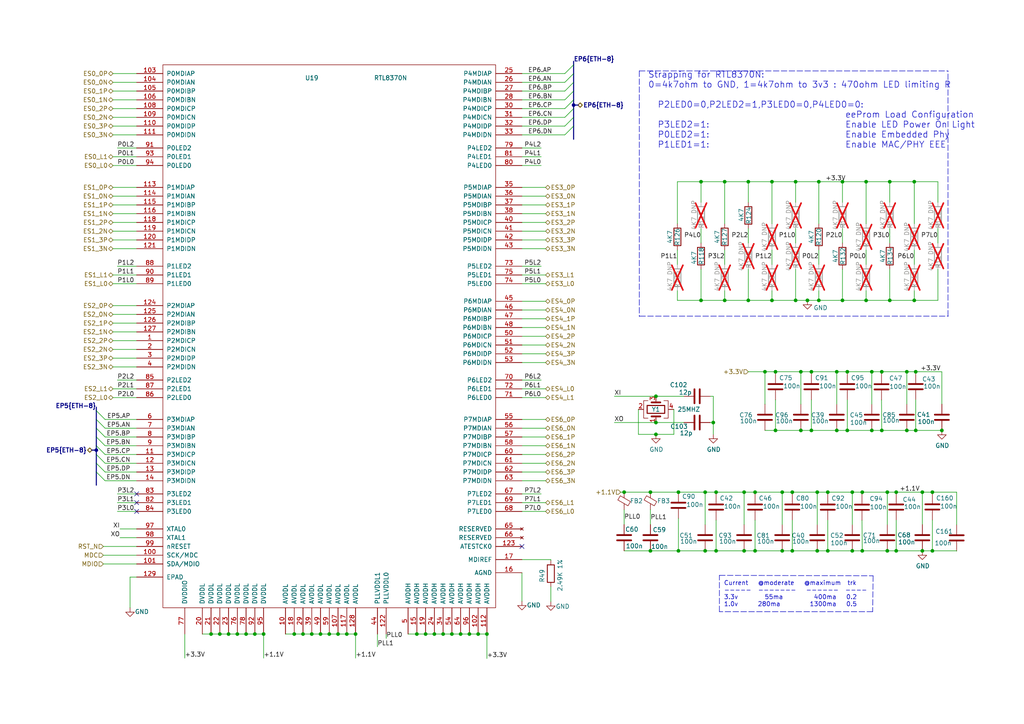
<source format=kicad_sch>
(kicad_sch (version 20230121) (generator eeschema)
  (paper "A4")
  (title_block (title "Penta-Pi") (date "2022-09-05") (rev "2.0") (comment 1 "fjc"))
  (junction (at 258.064 87.122))
  (junction (at 267.5128 142.748))
  (junction (at 218.9988 142.748))
  (junction (at 207.6958 159.766))
  (junction (at 71.374 183.896))
  (junction (at 235.3388 124.841))
  (junction (at 188.6458 159.766))
  (junction (at 250.0889 159.766))
  (junction (at 66.294 183.896))
  (junction (at 206.883 122.555))
  (junction (at 27.94 130.556))
  (junction (at 259.9346 142.748))
  (junction (at 230.759 52.705))
  (junction (at 257.3528 159.766) (diameter 0.9144))
  (junction (at 133.604 183.896))
  (junction (at 224.9248 107.823))
  (junction (at 265.176 52.705))
  (junction (at 229.7938 142.748))
  (junction (at 123.444 183.896))
  (junction (at 224.9248 124.841))
  (junction (at 255.7531 107.823))
  (junction (at 252.857 107.823))
  (junction (at 68.834 183.896))
  (junction (at 242.697 107.823))
  (junction (at 95.504 183.896))
  (junction (at 215.8238 142.748))
  (junction (at 237.0328 142.748))
  (junction (at 223.901 87.122))
  (junction (at 240.0886 142.748))
  (junction (at 90.424 183.896))
  (junction (at 245.7528 107.823))
  (junction (at 217.043 87.122))
  (junction (at 128.524 183.896))
  (junction (at 141.224 183.896))
  (junction (at 226.8728 159.766))
  (junction (at 221.869 107.823))
  (junction (at 226.8728 142.748))
  (junction (at 242.697 124.841) (diameter 0.9144))
  (junction (at 257.3528 142.748))
  (junction (at 237.49 52.705))
  (junction (at 61.214 183.896))
  (junction (at 245.7528 124.841))
  (junction (at 240.0886 159.766))
  (junction (at 120.904 183.896))
  (junction (at 138.684 183.896))
  (junction (at 230.759 87.122))
  (junction (at 100.584 183.896))
  (junction (at 250.0889 142.748))
  (junction (at 204.5208 142.748))
  (junction (at 251.206 52.705))
  (junction (at 235.3388 107.823))
  (junction (at 237.0328 159.766) (diameter 0.9144))
  (junction (at 218.9988 159.766))
  (junction (at 204.5208 159.766))
  (junction (at 136.144 183.896))
  (junction (at 265.5988 107.823))
  (junction (at 203.327 87.122))
  (junction (at 270.43 159.766))
  (junction (at 255.7531 124.841))
  (junction (at 207.6958 142.748))
  (junction (at 190.246 114.935))
  (junction (at 181.0258 142.748))
  (junction (at 63.754 183.896))
  (junction (at 125.984 183.896))
  (junction (at 234.188 87.122))
  (junction (at 263.017 124.841) (diameter 0.9144))
  (junction (at 190.246 125.984))
  (junction (at 265.5988 124.841))
  (junction (at 98.044 183.896))
  (junction (at 92.964 183.896))
  (junction (at 131.064 183.896))
  (junction (at 190.246 122.555))
  (junction (at 237.49 87.122))
  (junction (at 223.901 52.705))
  (junction (at 258.064 52.705))
  (junction (at 85.344 183.896))
  (junction (at 196.7738 159.766))
  (junction (at 232.283 124.841))
  (junction (at 215.8238 159.766))
  (junction (at 244.348 52.705))
  (junction (at 251.206 87.122))
  (junction (at 76.454 183.896))
  (junction (at 166.37 30.48))
  (junction (at 232.283 107.823))
  (junction (at 247.1928 142.748))
  (junction (at 210.185 87.122))
  (junction (at 73.914 183.896))
  (junction (at 259.9346 159.766))
  (junction (at 196.7738 142.748))
  (junction (at 188.6458 142.748))
  (junction (at 273.177 124.841) (diameter 0.9144))
  (junction (at 210.185 52.705))
  (junction (at 229.7938 159.766))
  (junction (at 270.43 142.748))
  (junction (at 247.1928 159.766) (diameter 0.9144))
  (junction (at 217.043 52.705))
  (junction (at 244.348 87.122))
  (junction (at 252.857 124.841) (diameter 0.9144))
  (junction (at 203.327 52.705))
  (junction (at 87.884 183.896))
  (junction (at 265.176 87.122))
  (junction (at 267.5128 159.766) (diameter 0.9144))
  (junction (at 263.017 107.823))
  (junction (at 103.124 183.896))
  (no_connect (at 151.384 158.496))
  (no_connect (at 39.624 143.256))
  (no_connect (at 39.624 145.796))
  (no_connect (at 39.624 148.336))
  (bus_entry (at 27.94 126.746) (size 2.54 2.54))
  (bus_entry (at 166.37 23.876) (size -2.54 2.54))
  (bus_entry (at 166.37 28.956) (size -2.54 2.54))
  (bus_entry (at 27.94 121.666) (size 2.54 2.54))
  (bus_entry (at 166.37 31.496) (size -2.54 2.54))
  (bus_entry (at 27.94 124.206) (size 2.54 2.54))
  (bus_entry (at 27.94 119.126) (size 2.54 2.54))
  (bus_entry (at 166.37 26.416) (size -2.54 2.54))
  (bus_entry (at 27.94 131.826) (size 2.54 2.54))
  (bus_entry (at 166.37 34.036) (size -2.54 2.54))
  (bus_entry (at 166.37 18.796) (size -2.54 2.54))
  (bus_entry (at 27.94 136.906) (size 2.54 2.54))
  (bus_entry (at 166.37 36.576) (size -2.54 2.54))
  (bus_entry (at 166.37 21.336) (size -2.54 2.54))
  (bus_entry (at 27.94 129.286) (size 2.54 2.54))
  (bus_entry (at 27.94 134.366) (size 2.54 2.54))
  (wire (pts (xy 39.624 143.256) (xy 34.036 143.256)))
  (wire (pts (xy 136.144 183.896) (xy 138.684 183.896)))
  (wire (pts (xy 203.327 87.122) (xy 196.469 87.122)))
  (wire (pts (xy 100.584 183.896) (xy 103.124 183.896)))
  (wire (pts (xy 32.766 23.876) (xy 39.624 23.876)))
  (wire (pts (xy 185.166 118.745) (xy 185.166 125.984)))
  (wire (pts (xy 141.224 191.008) (xy 141.224 183.896)))
  (wire (pts (xy 158.242 72.136) (xy 151.384 72.136)))
  (wire (pts (xy 203.327 52.705) (xy 210.185 52.705)))
  (wire (pts (xy 39.624 121.666) (xy 30.48 121.666)))
  (wire (pts (xy 151.384 42.926) (xy 156.972 42.926)))
  (wire (pts (xy 39.624 134.366) (xy 30.48 134.366)))
  (wire (pts (xy 180.0098 142.748) (xy 181.0258 142.748)))
  (wire (pts (xy 39.624 115.316) (xy 32.766 115.316)))
  (wire (pts (xy 151.384 28.956) (xy 163.83 28.956)))
  (wire (pts (xy 270.43 143.2209) (xy 270.43 142.748)))
  (wire (pts (xy 272.034 78.105) (xy 272.034 87.122)))
  (wire (pts (xy 240.0861 150.8942) (xy 240.0886 159.766)))
  (wire (pts (xy 265.176 84.328) (xy 265.176 87.122)))
  (wire (pts (xy 151.384 36.576) (xy 163.83 36.576)))
  (wire (pts (xy 39.624 129.286) (xy 30.48 129.286)))
  (wire (pts (xy 230.759 78.105) (xy 230.759 87.122)))
  (wire (pts (xy 258.064 52.705) (xy 265.176 52.705)))
  (wire (pts (xy 272.034 52.705) (xy 272.034 58.674)))
  (wire (pts (xy 224.9248 107.823) (xy 224.9223 108.3492)))
  (wire (pts (xy 218.9988 142.748) (xy 226.8728 142.748)))
  (bus (pts (xy 166.37 21.336) (xy 166.37 23.876)))
  (wire (pts (xy 255.7531 107.823) (xy 255.6745 108.3839)))
  (wire (pts (xy 242.697 107.823) (xy 245.7528 107.823)))
  (wire (pts (xy 207.6958 159.766) (xy 215.8238 159.766)))
  (wire (pts (xy 196.469 72.517) (xy 196.469 76.708)))
  (wire (pts (xy 245.7528 124.841) (xy 252.857 124.841)))
  (wire (pts (xy 123.444 183.896) (xy 125.984 183.896)))
  (wire (pts (xy 217.043 87.122) (xy 223.901 87.122)))
  (wire (pts (xy 257.3528 142.748) (xy 257.3528 152.146)))
  (wire (pts (xy 235.3388 124.841) (xy 242.697 124.841)))
  (wire (pts (xy 203.327 66.294) (xy 203.327 70.485)))
  (wire (pts (xy 63.754 183.896) (xy 66.294 183.896)))
  (wire (pts (xy 203.327 52.705) (xy 203.327 58.674)))
  (wire (pts (xy 151.384 126.746) (xy 158.242 126.746)))
  (wire (pts (xy 206.883 122.555) (xy 206.883 125.984)))
  (bus (pts (xy 166.37 18.796) (xy 166.37 21.336)))
  (wire (pts (xy 230.759 66.294) (xy 230.759 70.485)))
  (wire (pts (xy 226.8728 159.766) (xy 229.7938 159.766)))
  (wire (pts (xy 229.7938 150.876) (xy 229.7938 159.766)))
  (wire (pts (xy 68.834 183.896) (xy 71.374 183.896)))
  (wire (pts (xy 232.283 107.823) (xy 232.283 117.221)))
  (wire (pts (xy 224.9223 115.9692) (xy 224.9248 124.841)))
  (wire (pts (xy 265.5988 107.823) (xy 265.6038 108.3364)))
  (wire (pts (xy 244.348 52.705) (xy 251.206 52.705)))
  (wire (pts (xy 66.294 183.896) (xy 68.834 183.896)))
  (polyline (pts (xy 185.42 20.574) (xy 185.42 91.821)) (stroke (width 0) (type dash)))
  (polyline (pts (xy 185.42 20.574) (xy 274.955 20.574)) (stroke (width 0) (type dash)))
  (polyline (pts (xy 185.547 91.694) (xy 275.082 91.694)) (stroke (width 0) (type dash)))
  (polyline (pts (xy 274.955 91.694) (xy 274.955 20.574)) (stroke (width 0) (type dash)))
  (wire (pts (xy 151.384 102.616) (xy 158.242 102.616)))
  (wire (pts (xy 39.624 126.746) (xy 30.48 126.746)))
  (wire (pts (xy 237.0328 142.748) (xy 240.0886 142.748)))
  (wire (pts (xy 240.0886 142.748) (xy 247.1928 142.748)))
  (bus (pts (xy 166.37 26.416) (xy 166.37 28.956)))
  (wire (pts (xy 217.043 78.105) (xy 217.043 87.122)))
  (wire (pts (xy 255.7531 107.823) (xy 263.017 107.823)))
  (wire (pts (xy 151.384 92.456) (xy 158.242 92.456)))
  (wire (pts (xy 252.857 107.823) (xy 252.857 117.221)))
  (wire (pts (xy 151.384 56.896) (xy 158.242 56.896)))
  (wire (pts (xy 131.064 183.896) (xy 133.604 183.896)))
  (wire (pts (xy 32.766 82.296) (xy 39.624 82.296)))
  (bus (pts (xy 27.94 129.286) (xy 27.94 130.556)))
  (wire (pts (xy 223.901 52.705) (xy 230.759 52.705)))
  (wire (pts (xy 240.0886 142.748) (xy 240.0861 143.2742)))
  (wire (pts (xy 151.384 67.056) (xy 158.242 67.056)))
  (wire (pts (xy 206.883 114.935) (xy 206.883 122.555)))
  (wire (pts (xy 252.857 107.823) (xy 255.7531 107.823)))
  (wire (pts (xy 32.766 34.036) (xy 39.624 34.036)))
  (wire (pts (xy 190.246 114.935) (xy 198.374 114.935)))
  (wire (pts (xy 151.384 23.876) (xy 163.83 23.876)))
  (wire (pts (xy 237.49 84.328) (xy 237.49 87.122)))
  (bus (pts (xy 27.94 124.206) (xy 27.94 126.746)))
  (wire (pts (xy 158.242 115.316) (xy 151.384 115.316)))
  (wire (pts (xy 217.043 66.294) (xy 217.043 70.485)))
  (wire (pts (xy 245.7528 107.823) (xy 252.857 107.823)))
  (wire (pts (xy 98.044 183.896) (xy 100.584 183.896)))
  (wire (pts (xy 158.242 87.376) (xy 151.384 87.376)))
  (wire (pts (xy 273.177 107.823) (xy 273.177 117.221)))
  (wire (pts (xy 39.624 124.206) (xy 30.48 124.206)))
  (wire (pts (xy 258.064 78.105) (xy 258.064 87.122)))
  (wire (pts (xy 141.224 183.896) (xy 141.351 183.896)))
  (wire (pts (xy 159.766 162.306) (xy 159.766 162.56)))
  (wire (pts (xy 245.7503 115.9692) (xy 245.7528 124.841)))
  (wire (pts (xy 258.064 87.122) (xy 265.176 87.122)))
  (wire (pts (xy 277.4696 159.766) (xy 277.4696 159.8168)))
  (wire (pts (xy 204.5208 159.766) (xy 207.6958 159.766)))
  (wire (pts (xy 263.017 124.841) (xy 265.5988 124.841)))
  (wire (pts (xy 151.384 59.436) (xy 158.242 59.436)))
  (wire (pts (xy 29.972 158.496) (xy 39.624 158.496)))
  (wire (pts (xy 265.5988 107.823) (xy 273.177 107.823)))
  (polyline (pts (xy 208.661 166.878) (xy 253.238 167.005)) (stroke (width 0) (type dash)))
  (polyline (pts (xy 208.661 177.419) (xy 208.661 166.878)) (stroke (width 0) (type dash)))
  (polyline (pts (xy 253.238 167.005) (xy 253.111 177.419)) (stroke (width 0) (type dash)))
  (polyline (pts (xy 253.111 177.419) (xy 208.661 177.419)) (stroke (width 0) (type dash)))
  (wire (pts (xy 251.206 87.122) (xy 258.064 87.122)))
  (wire (pts (xy 257.3528 142.748) (xy 259.9346 142.748)))
  (wire (pts (xy 259.9346 142.748) (xy 267.5128 142.748)))
  (wire (pts (xy 267.5128 142.748) (xy 267.5128 152.146)))
  (wire (pts (xy 265.176 87.122) (xy 272.034 87.122)))
  (wire (pts (xy 32.766 112.776) (xy 39.624 112.776)))
  (wire (pts (xy 247.1928 142.748) (xy 247.1928 152.146)))
  (wire (pts (xy 37.719 176.276) (xy 37.719 167.386)))
  (wire (pts (xy 185.166 125.984) (xy 190.246 125.984)))
  (wire (pts (xy 151.384 145.796) (xy 158.242 145.796)))
  (wire (pts (xy 244.348 66.294) (xy 244.348 70.485)))
  (wire (pts (xy 204.5208 142.748) (xy 207.6958 142.748)))
  (wire (pts (xy 223.901 87.122) (xy 230.759 87.122)))
  (wire (pts (xy 251.206 52.705) (xy 258.064 52.705)))
  (wire (pts (xy 203.327 78.105) (xy 203.327 87.122)))
  (wire (pts (xy 118.364 183.896) (xy 120.904 183.896)))
  (wire (pts (xy 217.043 107.823) (xy 221.869 107.823)))
  (wire (pts (xy 151.384 21.336) (xy 163.83 21.336)))
  (wire (pts (xy 207.6958 142.748) (xy 215.8238 142.748)))
  (wire (pts (xy 196.7738 142.748) (xy 204.5208 142.748)))
  (wire (pts (xy 237.49 87.122) (xy 244.348 87.122)))
  (wire (pts (xy 151.384 136.906) (xy 158.242 136.906)))
  (wire (pts (xy 247.1928 142.748) (xy 250.0889 142.748)))
  (wire (pts (xy 250.0889 142.748) (xy 257.3528 142.748)))
  (bus (pts (xy 26.67 130.556) (xy 27.94 130.556)))
  (wire (pts (xy 205.994 114.935) (xy 206.883 114.935)))
  (wire (pts (xy 265.5988 124.841) (xy 273.177 124.841)))
  (wire (pts (xy 29.972 163.576) (xy 39.624 163.576)))
  (wire (pts (xy 181.0258 159.766) (xy 188.6458 159.766)))
  (wire (pts (xy 250.0103 150.9289) (xy 250.0889 159.766)))
  (wire (pts (xy 259.9396 150.8814) (xy 259.9346 159.766)))
  (wire (pts (xy 258.064 66.294) (xy 258.064 70.485)))
  (bus (pts (xy 166.37 34.036) (xy 166.37 36.576)))
  (wire (pts (xy 255.6745 116.0039) (xy 255.7531 124.841)))
  (wire (pts (xy 32.766 69.596) (xy 39.624 69.596)))
  (wire (pts (xy 82.804 183.896) (xy 85.344 183.896)))
  (wire (pts (xy 151.384 129.286) (xy 158.242 129.286)))
  (wire (pts (xy 39.624 79.756) (xy 32.766 79.756)))
  (wire (pts (xy 237.0328 142.748) (xy 237.0328 152.146)))
  (wire (pts (xy 195.453 125.984) (xy 195.453 118.745)))
  (wire (pts (xy 207.6958 150.876) (xy 207.6958 159.766)))
  (bus (pts (xy 27.94 131.826) (xy 27.94 134.366)))
  (wire (pts (xy 32.766 67.056) (xy 39.624 67.056)))
  (wire (pts (xy 277.4696 152.1968) (xy 277.4696 142.748)))
  (wire (pts (xy 196.469 52.705) (xy 196.469 64.897)))
  (wire (pts (xy 92.964 183.896) (xy 95.504 183.896)))
  (wire (pts (xy 39.624 139.446) (xy 30.48 139.446)))
  (wire (pts (xy 196.7738 150.368) (xy 196.7738 159.766)))
  (wire (pts (xy 39.624 136.906) (xy 30.48 136.906)))
  (wire (pts (xy 151.384 131.826) (xy 158.242 131.826)))
  (wire (pts (xy 263.017 107.823) (xy 265.5988 107.823)))
  (wire (pts (xy 73.914 183.896) (xy 76.454 183.896)))
  (wire (pts (xy 265.176 52.705) (xy 272.034 52.705)))
  (bus (pts (xy 166.37 30.48) (xy 166.37 31.496)))
  (wire (pts (xy 207.6958 142.748) (xy 207.6958 143.256)))
  (wire (pts (xy 29.972 161.036) (xy 39.624 161.036)))
  (wire (pts (xy 188.6458 159.766) (xy 196.7738 159.766)))
  (wire (pts (xy 250.0889 142.748) (xy 250.0103 143.3089)))
  (wire (pts (xy 32.766 101.346) (xy 39.624 101.346)))
  (wire (pts (xy 270.43 159.766) (xy 277.4696 159.766)))
  (bus (pts (xy 166.37 17.78) (xy 166.37 18.796)))
  (wire (pts (xy 151.384 94.996) (xy 158.242 94.996)))
  (wire (pts (xy 90.424 183.896) (xy 92.964 183.896)))
  (wire (pts (xy 215.8238 159.766) (xy 218.9988 159.766)))
  (wire (pts (xy 242.697 107.823) (xy 242.697 117.221)))
  (wire (pts (xy 39.624 88.646) (xy 32.766 88.646)))
  (wire (pts (xy 218.9988 150.876) (xy 218.9988 159.766)))
  (wire (pts (xy 232.283 124.841) (xy 235.3388 124.841)))
  (wire (pts (xy 85.344 183.896) (xy 87.884 183.896)))
  (wire (pts (xy 151.384 110.236) (xy 156.972 110.236)))
  (wire (pts (xy 195.453 118.745) (xy 195.326 118.745)))
  (wire (pts (xy 229.7938 142.748) (xy 237.0328 142.748)))
  (wire (pts (xy 257.3528 159.766) (xy 259.9346 159.766)))
  (wire (pts (xy 259.9346 159.766) (xy 267.5128 159.766)))
  (wire (pts (xy 138.684 183.896) (xy 141.224 183.896)))
  (wire (pts (xy 196.7738 159.766) (xy 204.5208 159.766)))
  (wire (pts (xy 151.384 45.466) (xy 156.972 45.466)))
  (wire (pts (xy 39.624 145.796) (xy 34.036 145.796)))
  (wire (pts (xy 221.869 107.823) (xy 221.869 117.221)))
  (wire (pts (xy 244.348 52.705) (xy 244.348 58.674)))
  (wire (pts (xy 151.384 77.216) (xy 156.972 77.216)))
  (wire (pts (xy 230.759 87.122) (xy 234.188 87.122)))
  (wire (pts (xy 32.766 31.496) (xy 39.624 31.496)))
  (wire (pts (xy 39.624 148.336) (xy 34.036 148.336)))
  (wire (pts (xy 32.766 28.956) (xy 39.624 28.956)))
  (wire (pts (xy 39.624 77.216) (xy 34.036 77.216)))
  (wire (pts (xy 151.384 134.366) (xy 158.242 134.366)))
  (wire (pts (xy 255.7531 124.841) (xy 263.017 124.841)))
  (wire (pts (xy 151.384 48.006) (xy 156.972 48.006)))
  (bus (pts (xy 27.94 130.556) (xy 27.94 131.826)))
  (wire (pts (xy 229.7938 159.766) (xy 237.0328 159.766)))
  (wire (pts (xy 251.206 52.705) (xy 251.206 64.897)))
  (wire (pts (xy 32.766 103.886) (xy 39.624 103.886)))
  (wire (pts (xy 265.176 52.705) (xy 265.176 64.897)))
  (wire (pts (xy 221.869 124.841) (xy 224.9248 124.841)))
  (wire (pts (xy 158.242 105.156) (xy 151.384 105.156)))
  (wire (pts (xy 151.384 39.116) (xy 163.83 39.116)))
  (bus (pts (xy 27.94 119.126) (xy 27.94 121.666)))
  (wire (pts (xy 151.384 82.296) (xy 158.242 82.296)))
  (wire (pts (xy 196.469 84.328) (xy 196.469 87.122)))
  (wire (pts (xy 39.624 54.356) (xy 32.766 54.356)))
  (wire (pts (xy 158.242 148.336) (xy 151.384 148.336)))
  (wire (pts (xy 151.384 26.416) (xy 163.83 26.416)))
  (wire (pts (xy 265.176 72.517) (xy 265.176 76.708)))
  (bus (pts (xy 27.94 136.906) (xy 27.94 140.716)))
  (wire (pts (xy 32.766 96.266) (xy 39.624 96.266)))
  (wire (pts (xy 32.766 56.896) (xy 39.624 56.896)))
  (wire (pts (xy 237.49 52.705) (xy 244.348 52.705)))
  (wire (pts (xy 159.766 170.18) (xy 159.766 174.498)))
  (wire (pts (xy 210.185 87.122) (xy 217.043 87.122)))
  (wire (pts (xy 277.4696 142.748) (xy 270.43 142.748)))
  (wire (pts (xy 230.759 52.705) (xy 237.49 52.705)))
  (wire (pts (xy 265.6038 115.9564) (xy 265.5988 124.841)))
  (wire (pts (xy 151.384 112.776) (xy 158.242 112.776)))
  (wire (pts (xy 196.469 52.705) (xy 203.327 52.705)))
  (bus (pts (xy 27.94 121.666) (xy 27.94 124.206)))
  (bus (pts (xy 166.37 28.956) (xy 166.37 30.48)))
  (wire (pts (xy 158.242 139.446) (xy 151.384 139.446)))
  (wire (pts (xy 151.384 162.306) (xy 159.766 162.306)))
  (wire (pts (xy 223.901 84.328) (xy 223.901 87.122)))
  (wire (pts (xy 215.8238 142.748) (xy 215.8238 152.146)))
  (wire (pts (xy 39.624 21.336) (xy 32.766 21.336)))
  (wire (pts (xy 125.984 183.896) (xy 128.524 183.896)))
  (wire (pts (xy 151.384 143.256) (xy 156.972 143.256)))
  (wire (pts (xy 32.766 91.186) (xy 39.624 91.186)))
  (wire (pts (xy 53.594 190.881) (xy 53.594 183.896)))
  (bus (pts (xy 166.37 23.876) (xy 166.37 26.416)))
  (wire (pts (xy 215.8238 142.748) (xy 218.9988 142.748)))
  (wire (pts (xy 258.064 52.705) (xy 258.064 58.674)))
  (wire (pts (xy 242.697 124.841) (xy 245.7528 124.841)))
  (wire (pts (xy 32.766 61.976) (xy 39.624 61.976)))
  (wire (pts (xy 270.43 150.8409) (xy 270.43 159.766)))
  (wire (pts (xy 181.0258 147.828) (xy 181.0258 152.146)))
  (wire (pts (xy 244.348 87.122) (xy 251.206 87.122)))
  (wire (pts (xy 39.624 39.116) (xy 32.766 39.116)))
  (wire (pts (xy 263.017 107.823) (xy 263.017 117.221)))
  (wire (pts (xy 210.185 72.517) (xy 210.185 76.708)))
  (wire (pts (xy 190.246 122.555) (xy 198.374 122.555)))
  (wire (pts (xy 37.719 167.386) (xy 39.624 167.386)))
  (wire (pts (xy 151.384 31.496) (xy 163.83 31.496)))
  (wire (pts (xy 259.9346 142.748) (xy 259.9396 143.2614)))
  (wire (pts (xy 252.857 124.841) (xy 255.7531 124.841)))
  (wire (pts (xy 203.327 87.122) (xy 210.185 87.122)))
  (wire (pts (xy 151.384 97.536) (xy 158.242 97.536)))
  (wire (pts (xy 224.9248 124.841) (xy 232.283 124.841)))
  (wire (pts (xy 235.3388 107.823) (xy 242.697 107.823)))
  (wire (pts (xy 210.185 52.705) (xy 210.185 64.897)))
  (wire (pts (xy 221.869 107.823) (xy 224.9248 107.823)))
  (wire (pts (xy 32.766 36.576) (xy 39.624 36.576)))
  (wire (pts (xy 151.384 61.976) (xy 158.242 61.976)))
  (wire (pts (xy 232.283 107.823) (xy 235.3388 107.823)))
  (bus (pts (xy 27.94 126.746) (xy 27.94 129.286)))
  (wire (pts (xy 151.384 64.516) (xy 158.242 64.516)))
  (wire (pts (xy 245.7528 107.823) (xy 245.7503 108.3492)))
  (wire (pts (xy 32.766 93.726) (xy 39.624 93.726)))
  (wire (pts (xy 95.504 183.896) (xy 98.044 183.896)))
  (wire (pts (xy 151.384 79.756) (xy 158.242 79.756)))
  (wire (pts (xy 190.246 125.984) (xy 195.453 125.984)))
  (wire (pts (xy 224.9248 107.823) (xy 232.283 107.823)))
  (wire (pts (xy 237.49 52.705) (xy 237.49 64.897)))
  (wire (pts (xy 229.7938 142.748) (xy 229.7938 143.256)))
  (wire (pts (xy 272.034 66.294) (xy 272.034 70.485)))
  (wire (pts (xy 58.674 183.896) (xy 61.214 183.896)))
  (wire (pts (xy 188.6458 147.828) (xy 188.6458 152.146)))
  (wire (pts (xy 32.766 45.466) (xy 39.624 45.466)))
  (wire (pts (xy 223.901 72.517) (xy 223.901 76.708)))
  (wire (pts (xy 204.5208 142.748) (xy 204.5208 152.146)))
  (wire (pts (xy 251.206 72.517) (xy 251.206 76.708)))
  (wire (pts (xy 217.043 52.705) (xy 223.901 52.705)))
  (wire (pts (xy 226.8728 142.748) (xy 226.8728 152.146)))
  (wire (pts (xy 103.124 183.896) (xy 103.124 190.881)))
  (wire (pts (xy 181.0258 142.748) (xy 188.6458 142.748)))
  (wire (pts (xy 61.214 183.896) (xy 63.754 183.896)))
  (wire (pts (xy 112.014 183.896) (xy 112.014 185.166)))
  (wire (pts (xy 158.242 121.666) (xy 151.384 121.666)))
  (wire (pts (xy 39.624 106.426) (xy 32.766 106.426)))
  (wire (pts (xy 39.624 131.826) (xy 30.48 131.826)))
  (wire (pts (xy 178.181 114.935) (xy 190.246 114.935)))
  (wire (pts (xy 151.384 34.036) (xy 163.83 34.036)))
  (wire (pts (xy 223.901 52.705) (xy 223.901 64.897)))
  (wire (pts (xy 32.766 64.516) (xy 39.624 64.516)))
  (wire (pts (xy 39.624 72.136) (xy 32.766 72.136)))
  (wire (pts (xy 210.185 84.328) (xy 210.185 87.122)))
  (wire (pts (xy 270.43 142.748) (xy 267.5128 142.748)))
  (wire (pts (xy 151.384 89.916) (xy 158.242 89.916)))
  (wire (pts (xy 39.624 153.416) (xy 34.798 153.416)))
  (wire (pts (xy 218.9988 159.766) (xy 226.8728 159.766)))
  (wire (pts (xy 120.904 183.896) (xy 123.444 183.896)))
  (wire (pts (xy 151.384 100.076) (xy 158.242 100.076)))
  (wire (pts (xy 244.348 78.105) (xy 244.348 87.122)))
  (bus (pts (xy 27.94 134.366) (xy 27.94 136.906)))
  (wire (pts (xy 218.9988 142.748) (xy 218.9988 143.256)))
  (wire (pts (xy 217.043 52.705) (xy 217.043 58.674)))
  (wire (pts (xy 151.384 69.596) (xy 158.242 69.596)))
  (wire (pts (xy 151.384 124.206) (xy 158.242 124.206)))
  (bus (pts (xy 27.94 118.11) (xy 27.94 119.126)))
  (wire (pts (xy 39.624 42.926) (xy 34.036 42.926)))
  (wire (pts (xy 158.242 54.356) (xy 151.384 54.356)))
  (wire (pts (xy 188.6458 142.748) (xy 196.7738 142.748)))
  (wire (pts (xy 178.181 122.555) (xy 190.246 122.555)))
  (wire (pts (xy 237.49 72.517) (xy 237.49 76.708)))
  (wire (pts (xy 247.1928 159.766) (xy 250.0889 159.766)))
  (wire (pts (xy 250.0889 159.766) (xy 257.3528 159.766)))
  (wire (pts (xy 32.766 98.806) (xy 39.624 98.806)))
  (wire (pts (xy 109.474 183.896) (xy 109.474 187.579)))
  (wire (pts (xy 267.5128 159.766) (xy 270.43 159.766)))
  (wire (pts (xy 34.798 155.956) (xy 39.624 155.956)))
  (wire (pts (xy 32.766 59.436) (xy 39.624 59.436)))
  (wire (pts (xy 205.994 122.555) (xy 206.883 122.555)))
  (wire (pts (xy 235.3388 107.823) (xy 235.3363 108.3492)))
  (wire (pts (xy 128.524 183.896) (xy 131.064 183.896)))
  (wire (pts (xy 32.766 26.416) (xy 39.624 26.416)))
  (wire (pts (xy 39.624 110.236) (xy 34.036 110.236)))
  (wire (pts (xy 237.0328 159.766) (xy 240.0886 159.766)))
  (wire (pts (xy 240.0886 159.766) (xy 247.1928 159.766)))
  (bus (pts (xy 166.37 36.576) (xy 166.37 40.386)))
  (wire (pts (xy 151.384 166.116) (xy 151.384 174.371)))
  (wire (pts (xy 71.374 183.896) (xy 73.914 183.896)))
  (wire (pts (xy 39.624 48.006) (xy 32.766 48.006)))
  (wire (pts (xy 87.884 183.896) (xy 90.424 183.896)))
  (wire (pts (xy 234.188 87.122) (xy 237.49 87.122)))
  (bus (pts (xy 166.37 31.496) (xy 166.37 34.036)))
  (wire (pts (xy 251.206 84.328) (xy 251.206 87.122)))
  (wire (pts (xy 76.454 183.896) (xy 76.454 190.881)))
  (wire (pts (xy 226.8728 142.748) (xy 229.7938 142.748)))
  (wire (pts (xy 210.185 52.705) (xy 217.043 52.705)))
  (wire (pts (xy 230.759 52.705) (xy 230.759 58.674)))
  (bus (pts (xy 167.64 30.48) (xy 166.37 30.48)))
  (wire (pts (xy 235.3363 115.9692) (xy 235.3388 124.841)))
  (wire (pts (xy 133.604 183.896) (xy 136.144 183.896)))
  (text "Strapping for RTL8370N:\n0=4k7ohm to GND, 1=4k7ohm to 3v3 : 470ohm LED limiting R\n\n  P2LED0=0,P2LED2=1,P3LED0=0,P4LED0=0: \n								eeProm Load Configuration\n  P3LED2=1: 					Enable LED Power On Light\n  P0LED2=1: 					Enable Embedded Phy\n  P1LED1=1: 					Enable MAC/PHY EEE" (at 187.96 43.18 0) (effects (font (size 1.8 1.8)) (justify left bottom)))
  (text "Current	@moderate   @maximum  trk\n----- 	-------   ------  ----\n3.3v 	  55ma     	 400ma   0.2\n1.0v      280ma	     1300ma   0.5\n" (at 209.931 176.149 0) (effects (font (size 1.27 1.27)) (justify left bottom)))
  (label "P2L0" (at 34.036 115.316 0))
  (label "EP6.BN" (at 153.162 28.956 0))
  (label "EP6.DN" (at 153.162 39.116 0))
  (label "P4L0" (at 203.327 69.215 180))
  (label "+3.3V" (at 141.224 191.008 0))
  (label "PLL0" (at 181.0258 150.876 0))
  (label "P3L0" (at 258.064 69.215 180))
  (label "P1L1" (at 196.469 75.311 180))
  (label "EP5.CP" (at 37.846 131.826 180))
  (label "P7L1" (at 156.972 145.796 180))
  (label "P0L0" (at 251.206 75.311 180))
  (label "P1L0" (at 230.759 69.215 180))
  (label "EP5.DN" (at 37.846 139.446 180))
  (label "P7L0" (at 156.972 148.336 180))
  (label "EP6.CP" (at 153.162 31.496 0))
  (label "P4L2" (at 156.972 42.926 180))
  (label "EP6{ETH-8}" (at 166.37 18.288 0) (effects (font bold)))
  (label "EP6.DP" (at 153.162 36.576 0))
  (label "P0L2" (at 34.036 42.926 0))
  (label "P1L2" (at 34.036 77.216 0))
  (label "P2L2" (at 34.036 110.236 0))
  (label "XO" (at 178.181 122.555 0))
  (label "P3L2" (at 210.185 75.311 180))
  (label "+1.1V" (at 103.124 190.881 0))
  (label "P3L0" (at 34.036 148.336 0))
  (label "P6L1" (at 156.972 112.776 180))
  (label "P0L2" (at 237.49 75.311 180))
  (label "XI" (at 34.798 153.416 180))
  (label "+3.3V" (at 53.594 190.881 0))
  (label "EP6.BP" (at 153.162 26.416 0))
  (label "P3L2" (at 34.036 143.256 0))
  (label "P6L0" (at 265.176 75.311 180))
  (label "XO" (at 34.798 155.956 180))
  (label "P2L1" (at 34.036 112.776 0))
  (label "PLL1" (at 109.474 187.579 0))
  (label "EP6.CN" (at 153.162 34.036 0))
  (label "P1L0" (at 34.036 82.296 0))
  (label "P4L0" (at 156.972 48.006 180))
  (label "P6L2" (at 156.972 110.236 180))
  (label "P7L0" (at 272.034 69.215 180))
  (label "P0L0" (at 34.036 48.006 0))
  (label "P7L2" (at 156.972 143.256 180))
  (label "+3.3V" (at 239.395 52.705 0))
  (label "PLL1" (at 188.6458 151.003 0))
  (label "EP5.DP" (at 37.846 136.906 180))
  (label "P1L1" (at 34.036 79.756 0))
  (label "P4L1" (at 156.972 45.466 180))
  (label "EP6.AP" (at 153.162 21.336 0))
  (label "EP5.BN" (at 37.846 129.286 180))
  (label "P5L1" (at 156.972 79.756 180))
  (label "EP5.CN" (at 37.846 134.366 180))
  (label "P1L2" (at 223.901 75.311 180))
  (label "P0L1" (at 34.036 45.466 0))
  (label "EP5{ETH-8}" (at 27.94 118.872 180) (effects (font bold)))
  (label "P2L2" (at 217.043 69.215 180))
  (label "XI" (at 178.181 114.935 0))
  (label "EP5.BP" (at 37.846 126.746 180))
  (label "EP6.AN" (at 153.162 23.876 0))
  (label "P5L0" (at 156.972 82.296 180))
  (label "P5L2" (at 156.972 77.216 180))
  (label "+1.1V" (at 76.454 190.881 0))
  (label "EP5.AN" (at 37.846 124.206 180))
  (label "P3L1" (at 34.036 145.796 0))
  (label "+1.1V" (at 260.9088 142.748 0))
  (label "EP5.AP" (at 37.846 121.666 180))
  (label "+3.3V" (at 266.954 107.823 0))
  (label "P2L0" (at 244.348 69.215 180))
  (label "PLL0" (at 112.014 185.166 0))
  (label "P6L0" (at 156.972 115.316 180))
  (hierarchical_label "ES6_2N" (shape bidirectional) (at 158.242 134.366 0))
  (hierarchical_label "ES0_3P" (shape bidirectional) (at 32.766 36.576 180))
  (hierarchical_label "ES0_L0" (shape bidirectional) (at 32.766 48.006 180))
  (hierarchical_label "ES0_0P" (shape bidirectional) (at 32.766 21.336 180))
  (hierarchical_label "ES0_2N" (shape bidirectional) (at 32.766 34.036 180))
  (hierarchical_label "ES1_2P" (shape bidirectional) (at 32.766 64.516 180))
  (hierarchical_label "ES6_3N" (shape bidirectional) (at 158.242 139.446 0))
  (hierarchical_label "ES1_3P" (shape bidirectional) (at 32.766 69.596 180))
  (hierarchical_label "ES1_0P" (shape bidirectional) (at 32.766 54.356 180))
  (hierarchical_label "ES6_2P" (shape bidirectional) (at 158.242 131.826 0))
  (hierarchical_label "ES2_0N" (shape bidirectional) (at 32.766 91.186 180))
  (hierarchical_label "RST_N" (shape input) (at 29.972 158.496 180))
  (hierarchical_label "ES3_3N" (shape bidirectional) (at 158.242 72.136 0))
  (hierarchical_label "ES6_1N" (shape bidirectional) (at 158.242 129.286 0))
  (hierarchical_label "ES2_3P" (shape bidirectional) (at 32.766 103.886 180))
  (hierarchical_label "ES4_1P" (shape bidirectional) (at 158.242 92.456 0))
  (hierarchical_label "ES3_1P" (shape bidirectional) (at 158.242 59.436 0))
  (hierarchical_label "ES2_0P" (shape bidirectional) (at 32.766 88.646 180))
  (hierarchical_label "ES4_0P" (shape bidirectional) (at 158.242 87.376 0))
  (hierarchical_label "ES1_3N" (shape bidirectional) (at 32.766 72.136 180))
  (hierarchical_label "ES1_L1" (shape bidirectional) (at 32.766 79.756 180))
  (hierarchical_label "ES6_L0" (shape bidirectional) (at 158.242 148.336 0))
  (hierarchical_label "ES4_1N" (shape bidirectional) (at 158.242 94.996 0))
  (hierarchical_label "ES2_L1" (shape bidirectional) (at 32.766 112.776 180))
  (hierarchical_label "ES4_3N" (shape bidirectional) (at 158.242 105.156 0))
  (hierarchical_label "ES3_L0" (shape bidirectional) (at 158.242 82.296 0))
  (hierarchical_label "ES0_2P" (shape bidirectional) (at 32.766 31.496 180))
  (hierarchical_label "ES4_3P" (shape bidirectional) (at 158.242 102.616 0))
  (hierarchical_label "ES1_L0" (shape bidirectional) (at 32.766 82.296 180))
  (hierarchical_label "ES2_1P" (shape bidirectional) (at 32.766 93.726 180))
  (hierarchical_label "ES6_0P" (shape bidirectional) (at 158.242 121.666 0))
  (hierarchical_label "ES2_2P" (shape bidirectional) (at 32.766 98.806 180))
  (hierarchical_label "ES0_L1" (shape bidirectional) (at 32.766 45.466 180))
  (hierarchical_label "ES2_2N" (shape bidirectional) (at 32.766 101.346 180))
  (hierarchical_label "ES0_0N" (shape bidirectional) (at 32.766 23.876 180))
  (hierarchical_label "+1.1V" (shape input) (at 180.0098 142.748 180))
  (hierarchical_label "ES0_1N" (shape bidirectional) (at 32.766 28.956 180))
  (hierarchical_label "ES3_2N" (shape bidirectional) (at 158.242 67.056 0))
  (hierarchical_label "MDC" (shape input) (at 29.972 161.036 180))
  (hierarchical_label "ES1_0N" (shape bidirectional) (at 32.766 56.896 180))
  (hierarchical_label "ES4_0N" (shape bidirectional) (at 158.242 89.916 0))
  (hierarchical_label "ES3_1N" (shape bidirectional) (at 158.242 61.976 0))
  (hierarchical_label "ES2_3N" (shape bidirectional) (at 32.766 106.426 180))
  (hierarchical_label "EP5{ETH-8}" (shape bidirectional) (at 26.67 130.556 180) (effects (font bold)))
  (hierarchical_label "ES6_3P" (shape bidirectional) (at 158.242 136.906 0))
  (hierarchical_label "+3.3V" (shape input) (at 217.043 107.823 180))
  (hierarchical_label "ES3_0P" (shape bidirectional) (at 158.242 54.356 0))
  (hierarchical_label "ES6_1P" (shape bidirectional) (at 158.242 126.746 0))
  (hierarchical_label "ES3_L1" (shape bidirectional) (at 158.242 79.756 0))
  (hierarchical_label "ES1_1P" (shape bidirectional) (at 32.766 59.436 180))
  (hierarchical_label "MDIO" (shape input) (at 29.972 163.576 180))
  (hierarchical_label "EP6{ETH-8}" (shape bidirectional) (at 167.64 30.48 0) (effects (font bold)))
  (hierarchical_label "ES2_L0" (shape bidirectional) (at 32.766 115.316 180))
  (hierarchical_label "ES4_L1" (shape bidirectional) (at 158.242 115.316 0))
  (hierarchical_label "ES3_2P" (shape bidirectional) (at 158.242 64.516 0))
  (hierarchical_label "ES0_3N" (shape bidirectional) (at 32.766 39.116 180))
  (hierarchical_label "ES4_2N" (shape bidirectional) (at 158.242 100.076 0))
  (hierarchical_label "ES3_3P" (shape bidirectional) (at 158.242 69.596 0))
  (hierarchical_label "ES1_1N" (shape bidirectional) (at 32.766 61.976 180))
  (hierarchical_label "ES2_1N" (shape bidirectional) (at 32.766 96.266 180))
  (hierarchical_label "ES4_L0" (shape bidirectional) (at 158.242 112.776 0))
  (hierarchical_label "ES3_0N" (shape bidirectional) (at 158.242 56.896 0))
  (hierarchical_label "ES4_2P" (shape bidirectional) (at 158.242 97.536 0))
  (hierarchical_label "ES0_1P" (shape bidirectional) (at 32.766 26.416 180))
  (hierarchical_label "ES6_0N" (shape bidirectional) (at 158.242 124.206 0))
  (hierarchical_label "ES1_2N" (shape bidirectional) (at 32.766 67.056 180))
  (hierarchical_label "ES6_L1" (shape bidirectional) (at 158.242 145.796 0))
  (symbol (lib_id "Device:R") (at 217.043 62.484 0) (unit 1)
    (property "Reference" "R124" (at 217.17 62.484 90))
    (property "Value" "4K7" (at 215.011 62.357 90))
    (property "Footprint" "Resistor_SMD:R_0603_1608Metric_Pad0.98x0.95mm_HandSolder" (effects hide))
    (property "LCSC Part Number" "C99782" (effects hide))
    (property "Special" "DNP" (effects hide))
  )
  (symbol (lib_id "Device:R") (at 230.759 74.295 0) (mirror y) (unit 1) (dnp yes)
    (property "Reference" "R130" (at 230.886 75.311 90))
    (property "Value" "4K7 DNP" (at 228.727 74.295 90))
    (property "Footprint" "Resistor_SMD:R_0603_1608Metric_Pad0.98x0.95mm_HandSolder" (effects hide))
    (property "LCSC Part Number" "C99782" (effects hide))
    (property "Special" "DNP" (effects hide))
  )
  (symbol (lib_id "Device:C") (at 242.697 121.031 0) (unit 1)
    (property "Reference" "C39" (at 235.2296 120.3893 0) (effects (justify left)))
    (property "Value" "100n" (at 235.4014 122.1069 0) (effects (justify left)))
    (property "Footprint" "Capacitor_SMD:C_0402_1005Metric" (effects hide))
    (property "Datasheet" "https://search.murata.co.jp/Ceramy/image/img/A01X/G101/ENG/GRM21BR71A106KA73-01.pdf" (effects hide))
    (property "LCSC Part Number" "C1525" (effects hide))
  )
  (symbol (lib_id "power:GND") (at 206.883 125.984 0) (unit 1)
    (property "Reference" "#PWR079" (effects hide))
    (property "Value" "GND" (at 207.01 130.3782 0))
  )
  (symbol (lib_id "Device:C") (at 259.9396 147.0714 0) (unit 1)
    (property "Reference" "C44" (at 261.7678 144.8919 0) (effects (justify left)))
    (property "Value" "100n" (at 262.1307 146.9853 0) (effects (justify left)))
    (property "Footprint" "Capacitor_SMD:C_0402_1005Metric" (effects hide))
    (property "Datasheet" "https://search.murata.co.jp/Ceramy/image/img/A01X/G101/ENG/GRM21BR71A106KA73-01.pdf" (effects hide))
    (property "LCSC Part Number" "C1525" (effects hide))
  )
  (symbol (lib_id "Device:R") (at 237.49 68.707 0) (unit 1)
    (property "Reference" "R120" (at 237.49 68.707 90))
    (property "Value" "4K7" (at 235.331 68.707 90))
    (property "Footprint" "Resistor_SMD:R_0603_1608Metric_Pad0.98x0.95mm_HandSolder" (effects hide))
    (property "LCSC Part Number" "C99782" (effects hide))
    (property "Special" "DNP" (effects hide))
  )
  (symbol (lib_id "power:GND") (at 234.188 87.122 0) (unit 1)
    (property "Reference" "#PWR0158" (effects hide))
    (property "Value" "GND" (at 237.998 89.281 0))
  )
  (symbol (lib_id "Device:C") (at 196.7738 146.558 0) (unit 1)
    (property "Reference" "C90" (at 197.8044 144.0097 0) (effects (justify left)))
    (property "Value" "100n" (at 199.0068 146.3715 0) (effects (justify left)))
    (property "Footprint" "Capacitor_SMD:C_0402_1005Metric" (effects hide))
    (property "Datasheet" "https://search.murata.co.jp/Ceramy/image/img/A01X/G101/ENG/GRM21BR71A106KA73-01.pdf" (effects hide))
    (property "LCSC Part Number" "C1525" (effects hide))
  )
  (symbol (lib_id "power:GND") (at 151.384 174.371 0) (unit 1)
    (property "Reference" "#PWR047" (effects hide))
    (property "Value" "GND" (at 154.813 175.514 0))
  )
  (symbol (lib_id "Device:C") (at 202.184 114.935 90) (unit 1)
    (property "Reference" "C102" (at 199.39 111.633 90) (effects (justify left)))
    (property "Value" "12p" (at 200.66 113.792 90) (effects (justify left)))
    (property "Footprint" "Capacitor_SMD:C_0603_1608Metric" (effects hide))
    (property "Datasheet" "https://search.murata.co.jp/Ceramy/image/img/A01X/G101/ENG/GJM1555C1H270JB01-01.pdf" (effects hide))
    (property "LCSC Part Number" "C38523" (effects hide))
  )
  (symbol (lib_id "Device:R") (at 272.034 62.484 0) (unit 1) (dnp yes)
    (property "Reference" "R113" (at 272.161 63.754 90))
    (property "Value" "4K7 DNP" (at 270.002 62.357 90))
    (property "Footprint" "Resistor_SMD:R_0603_1608Metric_Pad0.98x0.95mm_HandSolder" (effects hide))
    (property "LCSC Part Number" "C99782" (effects hide))
    (property "Special" "DNP" (effects hide))
  )
  (symbol (lib_id "power:GND") (at 267.5128 159.766 0) (unit 1)
    (property "Reference" "#PWR063" (effects hide))
    (property "Value" "GND" (at 267.6398 164.1602 0))
  )
  (symbol (lib_id "power:GND") (at 190.246 125.984 0) (unit 1)
    (property "Reference" "#PWR052" (effects hide))
    (property "Value" "GND" (at 190.373 130.3782 0))
  )
  (symbol (lib_id "Device:C") (at 267.5128 155.956 0) (unit 1)
    (property "Reference" "C68" (at 260.2699 155.1876 0) (effects (justify left)))
    (property "Value" "100n" (at 260.456 157.2345 0) (effects (justify left)))
    (property "Footprint" "Capacitor_SMD:C_0402_1005Metric" (effects hide))
    (property "Datasheet" "https://search.murata.co.jp/Ceramy/image/img/A01X/G101/ENG/GRM21BR71A106KA73-01.pdf" (effects hide))
    (property "LCSC Part Number" "C1525" (effects hide))
  )
  (symbol (lib_id "Device:C") (at 250.0103 147.1189 0) (unit 1)
    (property "Reference" "C94" (at 252.1813 144.6378 0) (effects (justify left)))
    (property "Value" "100n" (at 252.2433 147.0569 0) (effects (justify left)))
    (property "Footprint" "Capacitor_SMD:C_0402_1005Metric" (effects hide))
    (property "Datasheet" "https://search.murata.co.jp/Ceramy/image/img/A01X/G101/ENG/GRM21BR71A106KA73-01.pdf" (effects hide))
    (property "LCSC Part Number" "C1525" (effects hide))
  )
  (symbol (lib_id "Device:R") (at 258.064 74.295 0) (mirror y) (unit 1)
    (property "Reference" "R134" (at 258.191 74.295 90))
    (property "Value" "4K7" (at 256.032 74.295 90))
    (property "Footprint" "Resistor_SMD:R_0603_1608Metric_Pad0.98x0.95mm_HandSolder" (effects hide))
    (property "LCSC Part Number" "C99782" (effects hide))
    (property "Special" "DNP" (effects hide))
  )
  (symbol (lib_id "Device:C") (at 245.7503 112.1592 0) (unit 1)
    (property "Reference" "C95" (at 246.7809 109.6109 0) (effects (justify left)))
    (property "Value" "100n" (at 247.9833 111.9727 0) (effects (justify left)))
    (property "Footprint" "Capacitor_SMD:C_0402_1005Metric" (effects hide))
    (property "Datasheet" "https://search.murata.co.jp/Ceramy/image/img/A01X/G101/ENG/GRM21BR71A106KA73-01.pdf" (effects hide))
    (property "LCSC Part Number" "C1525" (effects hide))
  )
  (symbol (lib_id "Device:R") (at 244.348 74.295 0) (mirror y) (unit 1)
    (property "Reference" "R132" (at 244.475 74.295 90))
    (property "Value" "4K7" (at 242.316 74.295 90))
    (property "Footprint" "Resistor_SMD:R_0603_1608Metric_Pad0.98x0.95mm_HandSolder" (effects hide))
    (property "LCSC Part Number" "C99782" (effects hide))
    (property "Special" "DNP" (effects hide))
  )
  (symbol (lib_id "Device:R") (at 210.185 80.518 0) (mirror y) (unit 1) (dnp yes)
    (property "Reference" "R136" (at 210.185 81.026 90))
    (property "Value" "4K7 DNP" (at 208.026 80.137 90))
    (property "Footprint" "Resistor_SMD:R_0603_1608Metric_Pad0.98x0.95mm_HandSolder" (effects hide))
    (property "LCSC Part Number" "C99782" (effects hide))
    (property "Special" "DNP" (effects hide))
  )
  (symbol (lib_id "Device:C") (at 204.5208 155.956 0) (unit 1)
    (property "Reference" "C51" (at 197.0534 155.3143 0) (effects (justify left)))
    (property "Value" "100n" (at 197.2252 157.0319 0) (effects (justify left)))
    (property "Footprint" "Capacitor_SMD:C_0402_1005Metric" (effects hide))
    (property "Datasheet" "https://search.murata.co.jp/Ceramy/image/img/A01X/G101/ENG/GRM21BR71A106KA73-01.pdf" (effects hide))
    (property "LCSC Part Number" "C1525" (effects hide))
  )
  (symbol (lib_id "Device:R") (at 203.327 62.484 0) (unit 1) (dnp yes)
    (property "Reference" "R117" (at 203.454 63.754 90))
    (property "Value" "4K7 DNP" (at 201.295 62.357 90))
    (property "Footprint" "Resistor_SMD:R_0603_1608Metric_Pad0.98x0.95mm_HandSolder" (effects hide))
    (property "LCSC Part Number" "C99782" (effects hide))
    (property "Special" "DNP" (effects hide))
  )
  (symbol (lib_id "Device:R") (at 196.469 68.707 0) (unit 1)
    (property "Reference" "R126" (at 196.469 68.707 90))
    (property "Value" "4K7" (at 194.31 68.707 90))
    (property "Footprint" "Resistor_SMD:R_0603_1608Metric_Pad0.98x0.95mm_HandSolder" (effects hide))
    (property "LCSC Part Number" "C99782" (effects hide))
    (property "Special" "DNP" (effects hide))
  )
  (symbol (lib_id "power:GND") (at 273.177 124.841 0) (unit 1)
    (property "Reference" "#PWR0160" (effects hide))
    (property "Value" "GND" (at 273.304 129.2352 0))
  )
  (symbol (lib_id "Device:R") (at 223.901 68.707 0) (unit 1) (dnp yes)
    (property "Reference" "R122" (at 223.901 69.215 90))
    (property "Value" "4K7 DNP" (at 221.742 68.707 90))
    (property "Footprint" "Resistor_SMD:R_0603_1608Metric_Pad0.98x0.95mm_HandSolder" (effects hide))
    (property "LCSC Part Number" "C99782" (effects hide))
    (property "Special" "DNP" (effects hide))
  )
  (symbol (lib_id "Device:R") (at 265.176 68.707 0) (unit 1) (dnp yes)
    (property "Reference" "R115" (at 265.176 69.215 90))
    (property "Value" "4K7 DNP" (at 263.017 68.707 90))
    (property "Footprint" "Resistor_SMD:R_0603_1608Metric_Pad0.98x0.95mm_HandSolder" (effects hide))
    (property "LCSC Part Number" "C99782" (effects hide))
    (property "Special" "DNP" (effects hide))
  )
  (symbol (lib_id "Device:R") (at 272.034 74.295 0) (mirror y) (unit 1) (dnp yes)
    (property "Reference" "R114" (at 272.161 75.311 90))
    (property "Value" "4K7 DNP" (at 270.002 74.295 90))
    (property "Footprint" "Resistor_SMD:R_0603_1608Metric_Pad0.98x0.95mm_HandSolder" (effects hide))
    (property "LCSC Part Number" "C99782" (effects hide))
    (property "Special" "DNP" (effects hide))
  )
  (symbol (lib_id "Device:C") (at 263.017 121.031 0) (unit 1)
    (property "Reference" "C85" (at 255.8904 120.3489 0) (effects (justify left)))
    (property "Value" "100n" (at 255.9322 121.9259 0) (effects (justify left)))
    (property "Footprint" "Capacitor_SMD:C_0402_1005Metric" (effects hide))
    (property "Datasheet" "https://search.murata.co.jp/Ceramy/image/img/A01X/G101/ENG/GRM21BR71A106KA73-01.pdf" (effects hide))
    (property "LCSC Part Number" "C1525" (effects hide))
  )
  (symbol (lib_id "Device:R") (at 196.469 80.518 0) (mirror y) (unit 1) (dnp yes)
    (property "Reference" "R135" (at 196.469 81.026 90))
    (property "Value" "4K7 DNP" (at 194.31 80.137 90))
    (property "Footprint" "Resistor_SMD:R_0603_1608Metric_Pad0.98x0.95mm_HandSolder" (effects hide))
    (property "LCSC Part Number" "C99782" (effects hide))
    (property "Special" "DNP" (effects hide))
  )
  (symbol (lib_id "Device:R") (at 210.185 68.707 0) (unit 1)
    (property "Reference" "R127" (at 210.185 68.707 90))
    (property "Value" "4K7" (at 208.026 68.707 90))
    (property "Footprint" "Resistor_SMD:R_0603_1608Metric_Pad0.98x0.95mm_HandSolder" (effects hide))
    (property "LCSC Part Number" "C99782" (effects hide))
    (property "Special" "DNP" (effects hide))
  )
  (symbol (lib_id "Device:C") (at 265.6038 112.1464 0) (unit 1)
    (property "Reference" "C43" (at 267.432 109.9669 0) (effects (justify left)))
    (property "Value" "100n" (at 267.7949 112.0603 0) (effects (justify left)))
    (property "Footprint" "Capacitor_SMD:C_0402_1005Metric" (effects hide))
    (property "Datasheet" "https://search.murata.co.jp/Ceramy/image/img/A01X/G101/ENG/GRM21BR71A106KA73-01.pdf" (effects hide))
    (property "LCSC Part Number" "C1525" (effects hide))
  )
  (symbol (lib_id "Device:C") (at 270.43 147.0309 0) (unit 1)
    (property "Reference" "C160" (at 271.4606 144.4826 0) (effects (justify left)))
    (property "Value" "100n" (at 272.663 146.8444 0) (effects (justify left)))
    (property "Footprint" "Capacitor_SMD:C_0603_1608Metric" (effects hide))
    (property "Datasheet" "https://search.murata.co.jp/Ceramy/image/img/A01X/G101/ENG/GRM21BR71A106KA73-01.pdf" (effects hide))
    (property "LCSC Part Number" "C14663" (effects hide))
  )
  (symbol (lib_id "Device:R") (at 223.901 80.518 0) (mirror y) (unit 1) (dnp yes)
    (property "Reference" "R131" (at 223.901 81.026 90))
    (property "Value" "4K7 DNP" (at 221.742 80.137 90))
    (property "Footprint" "Resistor_SMD:R_0603_1608Metric_Pad0.98x0.95mm_HandSolder" (effects hide))
    (property "LCSC Part Number" "C99782" (effects hide))
    (property "Special" "DNP" (effects hide))
  )
  (symbol (lib_id "Device:C") (at 202.184 122.555 90) (unit 1)
    (property "Reference" "C103" (at 199.517 123.698 90) (effects (justify left)))
    (property "Value" "12p" (at 200.914 125.603 90) (effects (justify left)))
    (property "Footprint" "Capacitor_SMD:C_0603_1608Metric" (effects hide))
    (property "Datasheet" "https://search.murata.co.jp/Ceramy/image/img/A01X/G101/ENG/GJM1555C1H270JB01-01.pdf" (effects hide))
    (property "LCSC Part Number" "C38523" (effects hide))
  )
  (symbol (lib_id "Device:C") (at 237.0328 155.956 0) (unit 1)
    (property "Reference" "C40" (at 229.5654 155.3143 0) (effects (justify left)))
    (property "Value" "100n" (at 229.7372 157.0319 0) (effects (justify left)))
    (property "Footprint" "Capacitor_SMD:C_0402_1005Metric" (effects hide))
    (property "Datasheet" "https://search.murata.co.jp/Ceramy/image/img/A01X/G101/ENG/GRM21BR71A106KA73-01.pdf" (effects hide))
    (property "LCSC Part Number" "C1525" (effects hide))
  )
  (symbol (lib_id "Device:R") (at 230.759 62.484 0) (unit 1) (dnp yes)
    (property "Reference" "R121" (at 230.886 63.754 90))
    (property "Value" "4K7 DNP" (at 228.727 62.357 90))
    (property "Footprint" "Resistor_SMD:R_0603_1608Metric_Pad0.98x0.95mm_HandSolder" (effects hide))
    (property "LCSC Part Number" "C99782" (effects hide))
    (property "Special" "DNP" (effects hide))
  )
  (symbol (lib_id "Device:R") (at 258.064 62.484 0) (unit 1) (dnp yes)
    (property "Reference" "R125" (at 258.191 63.754 90))
    (property "Value" "4K7 DNP" (at 256.032 62.357 90))
    (property "Footprint" "Resistor_SMD:R_0603_1608Metric_Pad0.98x0.95mm_HandSolder" (effects hide))
    (property "LCSC Part Number" "C99782" (effects hide))
    (property "Special" "DNP" (effects hide))
  )
  (symbol (lib_id "Device:C") (at 215.8238 155.956 0) (unit 1)
    (property "Reference" "C93" (at 208.3564 155.3143 0) (effects (justify left)))
    (property "Value" "100n" (at 208.5282 157.0319 0) (effects (justify left)))
    (property "Footprint" "Capacitor_SMD:C_0402_1005Metric" (effects hide))
    (property "Datasheet" "https://search.murata.co.jp/Ceramy/image/img/A01X/G101/ENG/GRM21BR71A106KA73-01.pdf" (effects hide))
    (property "LCSC Part Number" "C1525" (effects hide))
  )
  (symbol (lib_id "Device:FerriteBead_Small") (at 181.0258 145.288 0) (unit 1)
    (property "Reference" "FB2" (at 186.4868 145.288 0) (effects (justify right)))
    (property "Value" "FerriteBead_Small" (effects hide))
    (property "Footprint" "Resistor_SMD:R_0603_1608Metric" (effects hide))
    (property "Datasheet" "https://www.chilisin.com/upload/media/product/emi_bead/file/BBPY_Series.pdf" (effects hide))
    (property "LCSC Part Number" "C108301" (effects hide))
  )
  (symbol (lib_id "Device:C") (at 188.6458 155.956 0) (unit 1)
    (property "Reference" "C59" (at 189.2808 153.67 0) (effects (justify left)))
    (property "Value" "100n" (at 188.7958 158.524 0) (effects (justify left)))
    (property "Footprint" "Capacitor_SMD:C_0402_1005Metric" (effects hide))
    (property "Datasheet" "https://search.murata.co.jp/Ceramy/image/img/A01X/G101/ENG/GRM21BR71A106KA73-01.pdf" (effects hide))
    (property "LCSC Part Number" "C1525" (effects hide))
  )
  (symbol (lib_id "Device:FerriteBead_Small") (at 188.6458 145.288 0) (unit 1)
    (property "Reference" "FB3" (at 194.3608 145.288 0) (effects (justify right)))
    (property "Value" "FerriteBead_Small" (effects hide))
    (property "Footprint" "Resistor_SMD:R_0603_1608Metric" (effects hide))
    (property "Datasheet" "https://www.chilisin.com/upload/media/product/emi_bead/file/BBPY_Series.pdf" (effects hide))
    (property "LCSC Part Number" "C108301" (effects hide))
  )
  (symbol (lib_id "Device:R") (at 159.766 166.37 180) (unit 1)
    (property "Reference" "R49" (at 157.226 167.005 90))
    (property "Value" "2.49K 1%" (at 162.433 166.878 90))
    (property "Footprint" "Resistor_SMD:R_0603_1608Metric" (effects hide))
    (property "LCSC Part Number" "C227773" (effects hide))
  )
  (symbol (lib_id "Device:C") (at 226.8728 155.956 0) (unit 1)
    (property "Reference" "C81" (at 219.4054 155.3143 0) (effects (justify left)))
    (property "Value" "100n" (at 219.5772 157.0319 0) (effects (justify left)))
    (property "Footprint" "Capacitor_SMD:C_0402_1005Metric" (effects hide))
    (property "Datasheet" "https://search.murata.co.jp/Ceramy/image/img/A01X/G101/ENG/GRM21BR71A106KA73-01.pdf" (effects hide))
    (property "LCSC Part Number" "C1525" (effects hide))
  )
  (symbol (lib_id "Device:R") (at 237.49 80.518 0) (mirror y) (unit 1) (dnp yes)
    (property "Reference" "R129" (at 237.49 81.026 90))
    (property "Value" "4K7 DNP" (at 235.331 80.137 90))
    (property "Footprint" "Resistor_SMD:R_0603_1608Metric_Pad0.98x0.95mm_HandSolder" (effects hide))
    (property "LCSC Part Number" "C99782" (effects hide))
    (property "Special" "DNP" (effects hide))
  )
  (symbol (lib_id "Device:C") (at 235.3363 112.1592 0) (unit 1)
    (property "Reference" "C91" (at 236.3669 109.6109 0) (effects (justify left)))
    (property "Value" "100n" (at 237.5693 111.9727 0) (effects (justify left)))
    (property "Footprint" "Capacitor_SMD:C_0402_1005Metric" (effects hide))
    (property "Datasheet" "https://search.murata.co.jp/Ceramy/image/img/A01X/G101/ENG/GRM21BR71A106KA73-01.pdf" (effects hide))
    (property "LCSC Part Number" "C1525" (effects hide))
  )
  (symbol (lib_id "Device:C") (at 221.869 121.031 0) (unit 1)
    (property "Reference" "C76" (at 214.4016 120.3893 0) (effects (justify left)))
    (property "Value" "100n" (at 214.5734 122.1069 0) (effects (justify left)))
    (property "Footprint" "Capacitor_SMD:C_0402_1005Metric" (effects hide))
    (property "Datasheet" "https://search.murata.co.jp/Ceramy/image/img/A01X/G101/ENG/GRM21BR71A106KA73-01.pdf" (effects hide))
    (property "LCSC Part Number" "C1525" (effects hide))
  )
  (symbol (lib_id "Device:C") (at 181.0258 155.956 0) (mirror y) (unit 1)
    (property "Reference" "C60" (at 185.2168 153.543 0) (effects (justify left)))
    (property "Value" "100n" (at 186.4868 158.369 0) (effects (justify left)))
    (property "Footprint" "Capacitor_SMD:C_0402_1005Metric" (effects hide))
    (property "Datasheet" "https://search.murata.co.jp/Ceramy/image/img/A01X/G101/ENG/GRM21BR71A106KA73-01.pdf" (effects hide))
    (property "LCSC Part Number" "C1525" (effects hide))
  )
  (symbol (lib_id "Device:C") (at 277.4696 156.0068 0) (unit 1)
    (property "Reference" "C161" (at 271.2813 154.1403 0) (effects (justify left)))
    (property "Value" "100n" (at 271.0402 157.5157 0) (effects (justify left)))
    (property "Footprint" "Capacitor_SMD:C_0603_1608Metric" (effects hide))
    (property "Datasheet" "https://search.murata.co.jp/Ceramy/image/img/A01X/G101/ENG/GRM21BR71A106KA73-01.pdf" (effects hide))
    (property "LCSC Part Number" "C14663" (effects hide))
  )
  (symbol (lib_id "Device:C") (at 229.7938 147.066 0) (unit 1)
    (property "Reference" "C80" (at 230.8244 144.5177 0) (effects (justify left)))
    (property "Value" "100n" (at 232.0268 146.8795 0) (effects (justify left)))
    (property "Footprint" "Capacitor_SMD:C_0402_1005Metric" (effects hide))
    (property "Datasheet" "https://search.murata.co.jp/Ceramy/image/img/A01X/G101/ENG/GRM21BR71A106KA73-01.pdf" (effects hide))
    (property "LCSC Part Number" "C1525" (effects hide))
  )
  (symbol (lib_id "Device:C") (at 255.6745 112.1939 0) (unit 1)
    (property "Reference" "C47" (at 257.8455 109.7128 0) (effects (justify left)))
    (property "Value" "100n" (at 257.9075 112.1319 0) (effects (justify left)))
    (property "Footprint" "Capacitor_SMD:C_0402_1005Metric" (effects hide))
    (property "Datasheet" "https://search.murata.co.jp/Ceramy/image/img/A01X/G101/ENG/GRM21BR71A106KA73-01.pdf" (effects hide))
    (property "LCSC Part Number" "C1525" (effects hide))
  )
  (symbol (lib_id "Device:R") (at 203.327 74.295 0) (mirror y) (unit 1)
    (property "Reference" "R118" (at 203.454 74.295 90))
    (property "Value" "4K7 " (at 201.295 74.295 90))
    (property "Footprint" "Resistor_SMD:R_0603_1608Metric_Pad0.98x0.95mm_HandSolder" (effects hide))
    (property "LCSC Part Number" "C99782" (effects hide))
    (property "Special" "DNP" (effects hide))
  )
  (symbol (lib_id "Device:R") (at 251.206 68.707 0) (unit 1) (dnp yes)
    (property "Reference" "R119" (at 251.206 69.215 90))
    (property "Value" "4K7 DNP" (at 249.047 68.707 90))
    (property "Footprint" "Resistor_SMD:R_0603_1608Metric_Pad0.98x0.95mm_HandSolder" (effects hide))
    (property "LCSC Part Number" "C99782" (effects hide))
    (property "Special" "DNP" (effects hide))
  )
  (symbol (lib_id "power:GND") (at 159.766 174.498 0) (unit 1)
    (property "Reference" "#PWR0161" (effects hide))
    (property "Value" "GND" (at 163.195 175.895 0))
  )
  (symbol (lib_id "Device:C") (at 252.857 121.031 0) (unit 1)
    (property "Reference" "C45" (at 246.4325 120.3815 0) (effects (justify left)))
    (property "Value" "100n" (at 246.4945 122.5524 0) (effects (justify left)))
    (property "Footprint" "Capacitor_SMD:C_0402_1005Metric" (effects hide))
    (property "Datasheet" "https://search.murata.co.jp/Ceramy/image/img/A01X/G101/ENG/GRM21BR71A106KA73-01.pdf" (effects hide))
    (property "LCSC Part Number" "C1525" (effects hide))
  )
  (symbol (lib_id "Device:C") (at 224.9223 112.1592 0) (unit 1)
    (property "Reference" "C75" (at 225.9529 109.6109 0) (effects (justify left)))
    (property "Value" "100n" (at 227.1553 111.9727 0) (effects (justify left)))
    (property "Footprint" "Capacitor_SMD:C_0402_1005Metric" (effects hide))
    (property "Datasheet" "https://search.murata.co.jp/Ceramy/image/img/A01X/G101/ENG/GRM21BR71A106KA73-01.pdf" (effects hide))
    (property "LCSC Part Number" "C1525" (effects hide))
  )
  (symbol (lib_id "Device:C") (at 257.3528 155.956 0) (unit 1)
    (property "Reference" "C71" (at 250.2262 155.2739 0) (effects (justify left)))
    (property "Value" "100n" (at 250.268 156.8509 0) (effects (justify left)))
    (property "Footprint" "Capacitor_SMD:C_0402_1005Metric" (effects hide))
    (property "Datasheet" "https://search.murata.co.jp/Ceramy/image/img/A01X/G101/ENG/GRM21BR71A106KA73-01.pdf" (effects hide))
    (property "LCSC Part Number" "C1525" (effects hide))
  )
  (symbol (lib_id "Device:R") (at 244.348 62.484 0) (unit 1) (dnp yes)
    (property "Reference" "R123" (at 244.475 63.754 90))
    (property "Value" "4K7 DNP" (at 242.316 62.357 90))
    (property "Footprint" "Resistor_SMD:R_0603_1608Metric_Pad0.98x0.95mm_HandSolder" (effects hide))
    (property "LCSC Part Number" "C99782" (effects hide))
    (property "Special" "DNP" (effects hide))
  )
  (symbol (lib_id "Device:R") (at 251.206 80.518 0) (mirror y) (unit 1) (dnp yes)
    (property "Reference" "R128" (at 251.206 81.026 90))
    (property "Value" "4K7 DNP" (at 249.047 80.137 90))
    (property "Footprint" "Resistor_SMD:R_0603_1608Metric_Pad0.98x0.95mm_HandSolder" (effects hide))
    (property "LCSC Part Number" "C99782" (effects hide))
    (property "Special" "DNP" (effects hide))
  )
  (symbol (lib_id "Device:C") (at 273.177 121.031 0) (unit 1)
    (property "Reference" "C41" (at 265.9341 120.2626 0) (effects (justify left)))
    (property "Value" "100n" (at 266.1202 122.3095 0) (effects (justify left)))
    (property "Footprint" "Capacitor_SMD:C_0402_1005Metric" (effects hide))
    (property "Datasheet" "https://search.murata.co.jp/Ceramy/image/img/A01X/G101/ENG/GRM21BR71A106KA73-01.pdf" (effects hide))
    (property "LCSC Part Number" "C1525" (effects hide))
  )
  (symbol (lib_id "Device:R") (at 217.043 74.295 0) (mirror y) (unit 1) (dnp yes)
    (property "Reference" "R133" (at 217.17 75.311 90))
    (property "Value" "4K7 DNP" (at 215.011 74.295 90))
    (property "Footprint" "Resistor_SMD:R_0603_1608Metric_Pad0.98x0.95mm_HandSolder" (effects hide))
    (property "LCSC Part Number" "C99782" (effects hide))
    (property "Special" "DNP" (effects hide))
  )
  (symbol (lib_id "CM4IO:RTL8370N") (at 58.674 181.356 0) (unit 1)
    (property "Reference" "U19" (at 90.424 22.606 0))
    (property "Value" "RTL8370N" (at 113.284 22.606 0))
    (property "Footprint" "CM4IO:LQFP-128_14x20mm_P0.5mm" (effects hide))
    (property "LCSC Part Number" "C2803243" (effects hide))
  )
  (symbol (lib_id "Device:Crystal_GND24") (at 190.246 118.745 90) (unit 1)
    (property "Reference" "Y1" (at 188.976 118.7449 90) (effects (justify right)))
    (property "Value" "25MHZ" (at 196.469 118.7449 90) (effects (justify right)))
    (property "Footprint" "Crystal:Crystal_SMD_3225-4Pin_3.2x2.5mm" (effects hide))
    (property "Datasheet" "https://datasheet.lcsc.com/lcsc/2103291204_Yangxing-Tech-X322525MRB4SI_C9006.pdf" (effects hide))
    (property "LCSC Part Number" "C9006" (effects hide))
  )
  (symbol (lib_id "power:GND") (at 37.719 176.276 0) (unit 1)
    (property "Reference" "#PWR0159" (effects hide))
    (property "Value" "GND" (at 41.148 177.419 0))
  )
  (symbol (lib_id "Device:C") (at 247.1928 155.956 0) (unit 1)
    (property "Reference" "C52" (at 240.7683 155.3065 0) (effects (justify left)))
    (property "Value" "100n" (at 240.8303 157.4774 0) (effects (justify left)))
    (property "Footprint" "Capacitor_SMD:C_0402_1005Metric" (effects hide))
    (property "Datasheet" "https://search.murata.co.jp/Ceramy/image/img/A01X/G101/ENG/GRM21BR71A106KA73-01.pdf" (effects hide))
    (property "LCSC Part Number" "C1525" (effects hide))
  )
  (symbol (lib_id "Device:C") (at 240.0861 147.0842 0) (unit 1)
    (property "Reference" "C92" (at 241.1167 144.5359 0) (effects (justify left)))
    (property "Value" "100n" (at 242.3191 146.8977 0) (effects (justify left)))
    (property "Footprint" "Capacitor_SMD:C_0402_1005Metric" (effects hide))
    (property "Datasheet" "https://search.murata.co.jp/Ceramy/image/img/A01X/G101/ENG/GRM21BR71A106KA73-01.pdf" (effects hide))
    (property "LCSC Part Number" "C1525" (effects hide))
  )
  (symbol (lib_id "Device:C") (at 207.6958 147.066 0) (unit 1)
    (property "Reference" "C42" (at 208.7264 144.5177 0) (effects (justify left)))
    (property "Value" "100n" (at 209.9288 146.8795 0) (effects (justify left)))
    (property "Footprint" "Capacitor_SMD:C_0402_1005Metric" (effects hide))
    (property "Datasheet" "https://search.murata.co.jp/Ceramy/image/img/A01X/G101/ENG/GRM21BR71A106KA73-01.pdf" (effects hide))
    (property "LCSC Part Number" "C1525" (effects hide))
  )
  (symbol (lib_id "Device:C") (at 232.283 121.031 0) (unit 1)
    (property "Reference" "C96" (at 224.8156 120.3893 0) (effects (justify left)))
    (property "Value" "100n" (at 224.9874 122.1069 0) (effects (justify left)))
    (property "Footprint" "Capacitor_SMD:C_0402_1005Metric" (effects hide))
    (property "Datasheet" "https://search.murata.co.jp/Ceramy/image/img/A01X/G101/ENG/GRM21BR71A106KA73-01.pdf" (effects hide))
    (property "LCSC Part Number" "C1525" (effects hide))
  )
  (symbol (lib_id "Device:C") (at 218.9988 147.066 0) (unit 1)
    (property "Reference" "C46" (at 220.0294 144.5177 0) (effects (justify left)))
    (property "Value" "100n" (at 221.2318 146.8795 0) (effects (justify left)))
    (property "Footprint" "Capacitor_SMD:C_0402_1005Metric" (effects hide))
    (property "Datasheet" "https://search.murata.co.jp/Ceramy/image/img/A01X/G101/ENG/GRM21BR71A106KA73-01.pdf" (effects hide))
    (property "LCSC Part Number" "C1525" (effects hide))
  )
  (symbol (lib_id "Device:R") (at 265.176 80.518 0) (mirror y) (unit 1) (dnp yes)
    (property "Reference" "R116" (at 265.176 81.026 90))
    (property "Value" "4K7 DNP" (at 263.017 80.137 90))
    (property "Footprint" "Resistor_SMD:R_0603_1608Metric_Pad0.98x0.95mm_HandSolder" (effects hide))
    (property "LCSC Part Number" "C99782" (effects hide))
    (property "Special" "DNP" (effects hide))
  )
)
</source>
